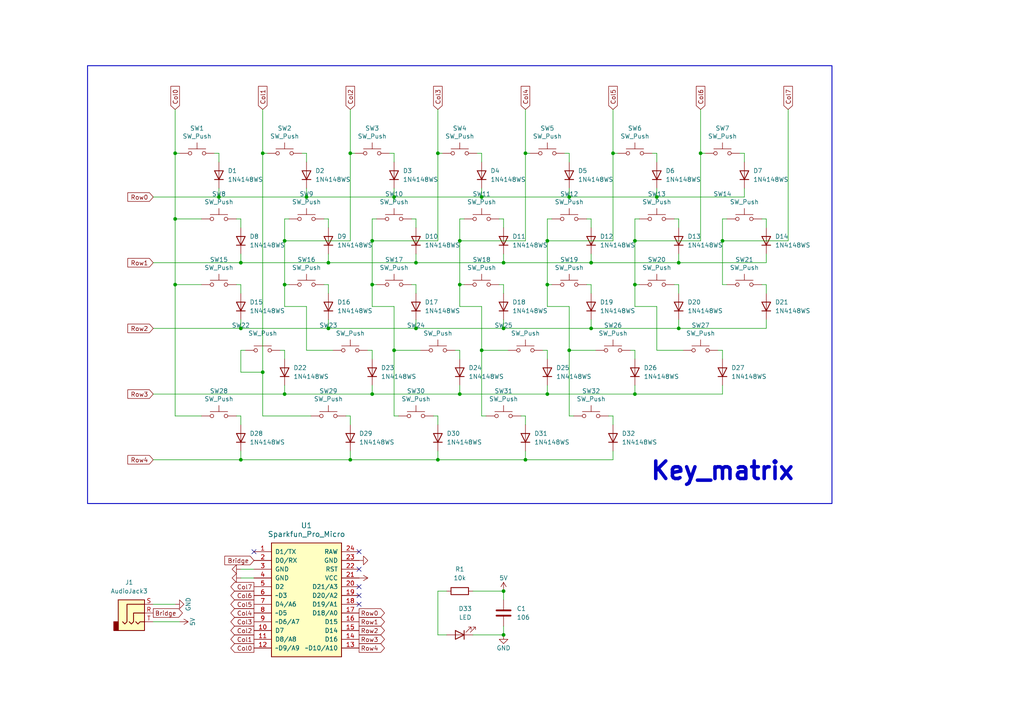
<source format=kicad_sch>
(kicad_sch (version 20250114) (generator "eeschema") (generator_version "9.0")
  (paper "A4")
  (title_block (title "Papi72_Left") (date "2025-11-07") (rev "v0.1.0") (company "1x telescope"))
  (lib_symbols
    (symbol "Arduino:Sparkfun_Pro_Micro" (pin_names (offset 1.016))
      (property "Reference" "U" (at -8.89 21.59 0))
      (property "Value" "Sparkfun_Pro_Micro" (at 0 19.05 0))
      (symbol "Sparkfun_Pro_Micro_0_1"
        (rectangle (start -10.16 17.78) (end 10.16 -15.24) (stroke (width 0.254)) (fill (type background)))
      )
      (symbol "Sparkfun_Pro_Micro_1_1"
        (pin bidirectional line (at -15.24 15.24 0) (length 5.08) (name "D1/TX") (number "1"))
        (pin bidirectional line (at -15.24 12.7 0) (length 5.08) (name "D0/RX") (number "2"))
        (pin power_in line (at -15.24 10.16 0) (length 5.08) (name "GND") (number "3"))
        (pin power_in line (at -15.24 7.62 0) (length 5.08) (name "GND") (number "4"))
        (pin bidirectional line (at -15.24 5.08 0) (length 5.08) (name "D2") (number "5"))
        (pin bidirectional line (at -15.24 2.54 0) (length 5.08) (name "~D3") (number "6"))
        (pin bidirectional line (at -15.24 0 0) (length 5.08) (name "D4/A6") (number "7"))
        (pin bidirectional line (at -15.24 -2.54 0) (length 5.08) (name "~D5") (number "8"))
        (pin bidirectional line (at -15.24 -5.08 0) (length 5.08) (name "~D6/A7") (number "9"))
        (pin bidirectional line (at -15.24 -7.62 0) (length 5.08) (name "D7") (number "10"))
        (pin bidirectional line (at -15.24 -10.16 0) (length 5.08) (name "D8/A8") (number "11"))
        (pin bidirectional line (at -15.24 -12.7 0) (length 5.08) (name "~D9/A9") (number "12"))
        (pin power_in line (at 15.24 15.24 180) (length 5.08) (name "RAW") (number "24"))
        (pin power_in line (at 15.24 12.7 180) (length 5.08) (name "GND") (number "23"))
        (pin input line (at 15.24 10.16 180) (length 5.08) (name "RST") (number "22"))
        (pin power_in line (at 15.24 7.62 180) (length 5.08) (name "VCC") (number "21"))
        (pin bidirectional line (at 15.24 5.08 180) (length 5.08) (name "D21/A3") (number "20"))
        (pin bidirectional line (at 15.24 2.54 180) (length 5.08) (name "D20/A2") (number "19"))
        (pin bidirectional line (at 15.24 0 180) (length 5.08) (name "D19/A1") (number "18"))
        (pin bidirectional line (at 15.24 -2.54 180) (length 5.08) (name "D18/A0") (number "17"))
        (pin bidirectional line (at 15.24 -5.08 180) (length 5.08) (name "D15") (number "16"))
        (pin bidirectional line (at 15.24 -7.62 180) (length 5.08) (name "D14") (number "15"))
        (pin bidirectional line (at 15.24 -10.16 180) (length 5.08) (name "D16") (number "14"))
        (pin bidirectional line (at 15.24 -12.7 180) (length 5.08) (name "~D10/A10") (number "13"))
      )
    )
    (symbol "Connector_Audio:AudioJack3"
      (property "Reference" "J" (at 0 8.89 0))
      (property "Value" "AudioJack3" (at 0 6.35 0))
      (symbol "AudioJack3_0_1"
        (rectangle (start -5.08 -5.08) (end -6.35 -2.54) (stroke (width 0.254)) (fill (type outline)))
        (polyline (pts (xy -1.905 -2.54) (xy -1.27 -3.175) (xy -0.635 -2.54) (xy -0.635 0) (xy 2.54 0)) (stroke (width 0.254)))
        (polyline (pts (xy 0 -2.54) (xy 0.635 -3.175) (xy 1.27 -2.54) (xy 2.54 -2.54)) (stroke (width 0.254)))
        (rectangle (start 2.54 3.81) (end -5.08 -5.08) (stroke (width 0.254)) (fill (type background)))
        (polyline (pts (xy 2.54 2.54) (xy -2.54 2.54) (xy -2.54 -2.54) (xy -3.175 -3.175) (xy -3.81 -2.54)) (stroke (width 0.254)))
      )
      (symbol "AudioJack3_1_1"
        (pin passive line (at 5.08 2.54 180) (length 2.54) (name "~") (number "S"))
        (pin passive line (at 5.08 0 180) (length 2.54) (name "~") (number "R"))
        (pin passive line (at 5.08 -2.54 180) (length 2.54) (name "~") (number "T"))
      )
    )
    (symbol "Device:C" (pin_numbers (hide yes)) (pin_names (offset 0.254))
      (property "Reference" "C" (at 0.635 2.54 0))
      (property "Value" "C" (at 0.635 -2.54 0))
      (symbol "C_0_1"
        (polyline (pts (xy -2.032 0.762) (xy 2.032 0.762)) (stroke (width 0.508)))
        (polyline (pts (xy -2.032 -0.762) (xy 2.032 -0.762)) (stroke (width 0.508)))
      )
      (symbol "C_1_1"
        (pin passive line (at 0 3.81 270) (length 2.794) (name "~") (number "1"))
        (pin passive line (at 0 -3.81 90) (length 2.794) (name "~") (number "2"))
      )
    )
    (symbol "Device:LED" (pin_numbers (hide yes)) (pin_names (offset 1.016) (hide yes))
      (property "Reference" "D" (at 0 2.54 0))
      (property "Value" "LED" (at 0 -2.54 0))
      (symbol "LED_0_1"
        (polyline (pts (xy -3.048 -0.762) (xy -4.572 -2.286) (xy -3.81 -2.286) (xy -4.572 -2.286) (xy -4.572 -1.524)))
        (polyline (pts (xy -1.778 -0.762) (xy -3.302 -2.286) (xy -2.54 -2.286) (xy -3.302 -2.286) (xy -3.302 -1.524)))
        (polyline (pts (xy -1.27 0) (xy 1.27 0)))
        (polyline (pts (xy -1.27 -1.27) (xy -1.27 1.27)) (stroke (width 0.254)))
        (polyline (pts (xy 1.27 -1.27) (xy 1.27 1.27) (xy -1.27 0) (xy 1.27 -1.27)) (stroke (width 0.254)))
      )
      (symbol "LED_1_1"
        (pin passive line (at -3.81 0 0) (length 2.54) (name "K") (number "1"))
        (pin passive line (at 3.81 0 180) (length 2.54) (name "A") (number "2"))
      )
    )
    (symbol "Device:R" (pin_numbers (hide yes)) (pin_names (offset 0))
      (property "Reference" "R" (at 2.032 0 90))
      (property "Value" "R" (at 0 0 90))
      (symbol "R_0_1"
        (rectangle (start -1.016 -2.54) (end 1.016 2.54) (stroke (width 0.254)))
      )
      (symbol "R_1_1"
        (pin passive line (at 0 3.81 270) (length 1.27) (name "~") (number "1"))
        (pin passive line (at 0 -3.81 90) (length 1.27) (name "~") (number "2"))
      )
    )
    (symbol "Diode:1N4148WS" (pin_numbers (hide yes)) (pin_names (hide yes))
      (property "Reference" "D" (at 0 2.54 0))
      (property "Value" "1N4148WS" (at 0 -2.54 0))
      (symbol "1N4148WS_0_1"
        (polyline (pts (xy -1.27 1.27) (xy -1.27 -1.27)) (stroke (width 0.254)))
        (polyline (pts (xy 1.27 1.27) (xy 1.27 -1.27) (xy -1.27 0) (xy 1.27 1.27)) (stroke (width 0.254)))
        (polyline (pts (xy 1.27 0) (xy -1.27 0)))
      )
      (symbol "1N4148WS_1_1"
        (pin passive line (at -3.81 0 0) (length 2.54) (name "K") (number "1"))
        (pin passive line (at 3.81 0 180) (length 2.54) (name "A") (number "2"))
      )
    )
    (symbol "PCM_SparkFun-PowerSymbol:5V" (power) (pin_names (offset 0))
      (property "Value" "5V" (at 0 3.81 0))
      (symbol "5V_0_1"
        (polyline (pts (xy -0.762 1.27) (xy 0 2.54)))
        (polyline (pts (xy 0 2.54) (xy 0.762 1.27)))
        (polyline (pts (xy 0 0) (xy 0 2.54)))
      )
      (symbol "5V_1_1"
        (pin power_in line (at 0 0 90) (length 0) (hide yes) (name "5V") (number "1"))
      )
    )
    (symbol "PCM_SparkFun-PowerSymbol:GND" (power) (pin_names (offset 0))
      (property "Value" "GND" (at 0 -3.81 0))
      (symbol "GND_0_1"
        (polyline (pts (xy 0 0) (xy 0 -1.27) (xy 1.27 -1.27) (xy 0 -2.54) (xy -1.27 -1.27) (xy 0 -1.27)))
      )
      (symbol "GND_1_1"
        (pin power_in line (at 0 0 270) (length 0) (hide yes) (name "GND") (number "1"))
      )
    )
    (symbol "Switch:SW_Push" (pin_numbers (hide yes)) (pin_names (offset 1.016) (hide yes))
      (property "Reference" "SW" (at 1.27 2.54 0))
      (property "Value" "SW_Push" (at 0 -1.524 0))
      (symbol "SW_Push_0_1"
        (circle (center -2.032 0) (radius 0.508))
        (polyline (pts (xy 0 1.27) (xy 0 3.048)))
        (circle (center 2.032 0) (radius 0.508))
        (polyline (pts (xy 2.54 1.27) (xy -2.54 1.27)))
        (pin passive line (at -5.08 0 0) (length 2.54) (name "1") (number "1"))
        (pin passive line (at 5.08 0 180) (length 2.54) (name "2") (number "2"))
      )
    )
  )
  (rectangle (start 25.4 19.05) (end 241.3 146.05) (stroke (width 0.254)))
  (text "Key_matrix" (at 209.55 139.7 0) (effects (font (size 5.08 5.08) (thickness 1.016) (bold yes)) (justify bottom)))
  (junction (at 158.75 82.55))
  (junction (at 184.15 69.85))
  (junction (at 101.6 133.35))
  (junction (at 165.1 57.15))
  (junction (at 82.55 69.85))
  (junction (at 196.85 95.25))
  (junction (at 146.05 95.25))
  (junction (at 114.3 57.15))
  (junction (at 50.8 82.55))
  (junction (at 139.7 101.6))
  (junction (at 165.1 101.6))
  (junction (at 190.5 57.15))
  (junction (at 88.9 57.15))
  (junction (at 152.4 44.45))
  (junction (at 158.75 114.3))
  (junction (at 76.2 44.45))
  (junction (at 146.05 76.2))
  (junction (at 107.95 114.3))
  (junction (at 196.85 76.2))
  (junction (at 76.2 107.95))
  (junction (at 95.25 76.2))
  (junction (at 184.15 114.3))
  (junction (at 107.95 69.85))
  (junction (at 133.35 82.55))
  (junction (at 152.4 133.35))
  (junction (at 50.8 44.45))
  (junction (at 120.65 76.2))
  (junction (at 177.8 44.45))
  (junction (at 69.85 95.25))
  (junction (at 63.5 57.15))
  (junction (at 146.05 171.45))
  (junction (at 69.85 133.35))
  (junction (at 139.7 57.15))
  (junction (at 133.35 114.3))
  (junction (at 82.55 82.55))
  (junction (at 171.45 76.2))
  (junction (at 209.55 69.85))
  (junction (at 127 133.35))
  (junction (at 158.75 69.85))
  (junction (at 133.35 69.85))
  (junction (at 127 44.45))
  (junction (at 114.3 101.6))
  (junction (at 146.05 184.15))
  (junction (at 203.2 44.45))
  (junction (at 95.25 95.25))
  (junction (at 184.15 82.55))
  (junction (at 120.65 95.25))
  (junction (at 107.95 82.55))
  (junction (at 50.8 63.5))
  (junction (at 82.55 114.3))
  (junction (at 101.6 44.45))
  (junction (at 69.85 76.2))
  (junction (at 171.45 95.25))
  (no_connect (at 104.14 165.1))
  (no_connect (at 104.14 175.26))
  (no_connect (at 104.14 160.02))
  (no_connect (at 104.14 172.72))
  (no_connect (at 104.14 170.18))
  (no_connect (at 73.66 160.02))
  (wire (pts (xy 228.6 31.75) (xy 228.6 69.85)))
  (wire (pts (xy 152.4 69.85) (xy 152.4 44.45)))
  (wire (pts (xy 82.55 69.85) (xy 82.55 63.5)))
  (wire (pts (xy 107.95 88.9) (xy 107.95 82.55)))
  (wire (pts (xy 76.2 120.65) (xy 76.2 107.95)))
  (wire (pts (xy 50.8 63.5) (xy 50.8 44.45)))
  (wire (pts (xy 69.85 133.35) (xy 101.6 133.35)))
  (wire (pts (xy 171.45 82.55) (xy 171.45 85.09)))
  (wire (pts (xy 101.6 31.75) (xy 101.6 44.45)))
  (wire (pts (xy 165.1 44.45) (xy 165.1 46.99)))
  (wire (pts (xy 69.85 95.25) (xy 95.25 95.25)))
  (wire (pts (xy 190.5 88.9) (xy 184.15 88.9)))
  (wire (pts (xy 101.6 133.35) (xy 127 133.35)))
  (wire (pts (xy 196.85 63.5) (xy 196.85 66.04)))
  (wire (pts (xy 107.95 114.3) (xy 133.35 114.3)))
  (wire (pts (xy 171.45 63.5) (xy 171.45 66.04)))
  (wire (pts (xy 190.5 57.15) (xy 215.9 57.15)))
  (wire (pts (xy 82.55 114.3) (xy 107.95 114.3)))
  (wire (pts (xy 58.42 82.55) (xy 50.8 82.55)))
  (wire (pts (xy 127 44.45) (xy 127 69.85)))
  (wire (pts (xy 195.58 63.5) (xy 196.85 63.5)))
  (wire (pts (xy 81.28 101.6) (xy 82.55 101.6)))
  (wire (pts (xy 69.85 130.81) (xy 69.85 133.35)))
  (wire (pts (xy 88.9 88.9) (xy 82.55 88.9)))
  (wire (pts (xy 107.95 101.6) (xy 107.95 104.14)))
  (wire (pts (xy 107.95 82.55) (xy 107.95 69.85)))
  (wire (pts (xy 137.16 171.45) (xy 146.05 171.45)))
  (wire (pts (xy 177.8 120.65) (xy 177.8 123.19)))
  (wire (pts (xy 152.4 120.65) (xy 152.4 123.19)))
  (wire (pts (xy 109.22 82.55) (xy 107.95 82.55)))
  (wire (pts (xy 100.33 120.65) (xy 101.6 120.65)))
  (wire (pts (xy 119.38 82.55) (xy 120.65 82.55)))
  (wire (pts (xy 177.8 130.81) (xy 177.8 133.35)))
  (wire (pts (xy 220.98 82.55) (xy 222.25 82.55)))
  (wire (pts (xy 44.45 133.35) (xy 69.85 133.35)))
  (wire (pts (xy 147.32 101.6) (xy 139.7 101.6)))
  (wire (pts (xy 139.7 88.9) (xy 133.35 88.9)))
  (wire (pts (xy 52.07 180.34) (xy 44.45 180.34)))
  (wire (pts (xy 137.16 184.15) (xy 146.05 184.15)))
  (wire (pts (xy 146.05 171.45) (xy 146.05 173.99)))
  (wire (pts (xy 127 184.15) (xy 129.54 184.15)))
  (wire (pts (xy 120.65 73.66) (xy 120.65 76.2)))
  (wire (pts (xy 210.82 63.5) (xy 209.55 63.5)))
  (wire (pts (xy 93.98 82.55) (xy 95.25 82.55)))
  (wire (pts (xy 158.75 63.5) (xy 158.75 69.85)))
  (wire (pts (xy 184.15 101.6) (xy 184.15 104.14)))
  (wire (pts (xy 44.45 76.2) (xy 69.85 76.2)))
  (wire (pts (xy 177.8 69.85) (xy 177.8 44.45)))
  (wire (pts (xy 82.55 63.5) (xy 83.82 63.5)))
  (wire (pts (xy 69.85 120.65) (xy 69.85 123.19)))
  (wire (pts (xy 107.95 69.85) (xy 127 69.85)))
  (wire (pts (xy 113.03 44.45) (xy 114.3 44.45)))
  (wire (pts (xy 101.6 44.45) (xy 102.87 44.45)))
  (wire (pts (xy 160.02 82.55) (xy 158.75 82.55)))
  (wire (pts (xy 63.5 54.61) (xy 63.5 57.15)))
  (wire (pts (xy 133.35 101.6) (xy 133.35 104.14)))
  (wire (pts (xy 140.97 120.65) (xy 139.7 120.65)))
  (wire (pts (xy 95.25 76.2) (xy 120.65 76.2)))
  (wire (pts (xy 68.58 63.5) (xy 69.85 63.5)))
  (wire (pts (xy 166.37 120.65) (xy 165.1 120.65)))
  (wire (pts (xy 184.15 82.55) (xy 184.15 88.9)))
  (wire (pts (xy 88.9 54.61) (xy 88.9 57.15)))
  (wire (pts (xy 120.65 82.55) (xy 120.65 85.09)))
  (wire (pts (xy 139.7 44.45) (xy 139.7 46.99)))
  (wire (pts (xy 106.68 101.6) (xy 107.95 101.6)))
  (wire (pts (xy 127 130.81) (xy 127 133.35)))
  (wire (pts (xy 114.3 88.9) (xy 107.95 88.9)))
  (wire (pts (xy 69.85 167.64) (xy 73.66 167.64)))
  (wire (pts (xy 68.58 120.65) (xy 69.85 120.65)))
  (wire (pts (xy 87.63 44.45) (xy 88.9 44.45)))
  (wire (pts (xy 171.45 95.25) (xy 196.85 95.25)))
  (wire (pts (xy 101.6 130.81) (xy 101.6 133.35)))
  (wire (pts (xy 125.73 120.65) (xy 127 120.65)))
  (wire (pts (xy 82.55 111.76) (xy 82.55 114.3)))
  (wire (pts (xy 196.85 92.71) (xy 196.85 95.25)))
  (wire (pts (xy 163.83 44.45) (xy 165.1 44.45)))
  (wire (pts (xy 139.7 57.15) (xy 165.1 57.15)))
  (wire (pts (xy 222.25 92.71) (xy 222.25 95.25)))
  (wire (pts (xy 127 120.65) (xy 127 123.19)))
  (wire (pts (xy 95.25 95.25) (xy 120.65 95.25)))
  (wire (pts (xy 158.75 69.85) (xy 177.8 69.85)))
  (wire (pts (xy 203.2 69.85) (xy 203.2 44.45)))
  (wire (pts (xy 204.47 44.45) (xy 203.2 44.45)))
  (wire (pts (xy 209.55 63.5) (xy 209.55 69.85)))
  (wire (pts (xy 134.62 63.5) (xy 133.35 63.5)))
  (wire (pts (xy 184.15 69.85) (xy 203.2 69.85)))
  (wire (pts (xy 44.45 57.15) (xy 63.5 57.15)))
  (wire (pts (xy 189.23 44.45) (xy 190.5 44.45)))
  (wire (pts (xy 138.43 44.45) (xy 139.7 44.45)))
  (wire (pts (xy 151.13 120.65) (xy 152.4 120.65)))
  (wire (pts (xy 101.6 69.85) (xy 82.55 69.85)))
  (wire (pts (xy 184.15 63.5) (xy 184.15 69.85)))
  (wire (pts (xy 209.55 82.55) (xy 210.82 82.55)))
  (wire (pts (xy 69.85 63.5) (xy 69.85 66.04)))
  (wire (pts (xy 158.75 88.9) (xy 158.75 82.55)))
  (wire (pts (xy 139.7 101.6) (xy 139.7 88.9)))
  (wire (pts (xy 44.45 114.3) (xy 82.55 114.3)))
  (wire (pts (xy 146.05 95.25) (xy 171.45 95.25)))
  (wire (pts (xy 107.95 63.5) (xy 107.95 69.85)))
  (wire (pts (xy 139.7 54.61) (xy 139.7 57.15)))
  (wire (pts (xy 50.8 82.55) (xy 50.8 63.5)))
  (wire (pts (xy 95.25 82.55) (xy 95.25 85.09)))
  (wire (pts (xy 114.3 101.6) (xy 114.3 88.9)))
  (wire (pts (xy 93.98 63.5) (xy 95.25 63.5)))
  (wire (pts (xy 44.45 95.25) (xy 69.85 95.25)))
  (wire (pts (xy 119.38 63.5) (xy 120.65 63.5)))
  (wire (pts (xy 50.8 82.55) (xy 50.8 120.65)))
  (wire (pts (xy 146.05 73.66) (xy 146.05 76.2)))
  (wire (pts (xy 209.55 101.6) (xy 209.55 104.14)))
  (wire (pts (xy 58.42 120.65) (xy 50.8 120.65)))
  (wire (pts (xy 158.75 114.3) (xy 184.15 114.3)))
  (wire (pts (xy 50.8 44.45) (xy 52.07 44.45)))
  (wire (pts (xy 222.25 82.55) (xy 222.25 85.09)))
  (wire (pts (xy 95.25 92.71) (xy 95.25 95.25)))
  (wire (pts (xy 157.48 101.6) (xy 158.75 101.6)))
  (wire (pts (xy 76.2 31.75) (xy 76.2 44.45)))
  (wire (pts (xy 171.45 76.2) (xy 196.85 76.2)))
  (wire (pts (xy 196.85 82.55) (xy 196.85 85.09)))
  (wire (pts (xy 146.05 82.55) (xy 146.05 85.09)))
  (wire (pts (xy 62.23 44.45) (xy 63.5 44.45)))
  (wire (pts (xy 88.9 44.45) (xy 88.9 46.99)))
  (wire (pts (xy 176.53 120.65) (xy 177.8 120.65)))
  (wire (pts (xy 76.2 107.95) (xy 69.85 107.95)))
  (wire (pts (xy 69.85 107.95) (xy 69.85 101.6)))
  (wire (pts (xy 152.4 130.81) (xy 152.4 133.35)))
  (wire (pts (xy 158.75 69.85) (xy 158.75 82.55)))
  (wire (pts (xy 101.6 44.45) (xy 101.6 69.85)))
  (wire (pts (xy 107.95 111.76) (xy 107.95 114.3)))
  (wire (pts (xy 134.62 82.55) (xy 133.35 82.55)))
  (wire (pts (xy 69.85 76.2) (xy 95.25 76.2)))
  (wire (pts (xy 146.05 92.71) (xy 146.05 95.25)))
  (wire (pts (xy 50.8 175.26) (xy 44.45 175.26)))
  (wire (pts (xy 215.9 44.45) (xy 215.9 46.99)))
  (wire (pts (xy 165.1 54.61) (xy 165.1 57.15)))
  (wire (pts (xy 69.85 73.66) (xy 69.85 76.2)))
  (wire (pts (xy 76.2 44.45) (xy 76.2 107.95)))
  (wire (pts (xy 95.25 73.66) (xy 95.25 76.2)))
  (wire (pts (xy 109.22 63.5) (xy 107.95 63.5)))
  (wire (pts (xy 88.9 101.6) (xy 96.52 101.6)))
  (wire (pts (xy 133.35 114.3) (xy 158.75 114.3)))
  (wire (pts (xy 114.3 54.61) (xy 114.3 57.15)))
  (wire (pts (xy 185.42 63.5) (xy 184.15 63.5)))
  (wire (pts (xy 69.85 101.6) (xy 71.12 101.6)))
  (wire (pts (xy 222.25 63.5) (xy 222.25 66.04)))
  (wire (pts (xy 121.92 101.6) (xy 114.3 101.6)))
  (wire (pts (xy 172.72 101.6) (xy 165.1 101.6)))
  (wire (pts (xy 144.78 63.5) (xy 146.05 63.5)))
  (wire (pts (xy 133.35 69.85) (xy 133.35 82.55)))
  (wire (pts (xy 190.5 101.6) (xy 190.5 88.9)))
  (wire (pts (xy 170.18 82.55) (xy 171.45 82.55)))
  (wire (pts (xy 152.4 44.45) (xy 153.67 44.45)))
  (wire (pts (xy 171.45 92.71) (xy 171.45 95.25)))
  (wire (pts (xy 158.75 111.76) (xy 158.75 114.3)))
  (wire (pts (xy 127 171.45) (xy 129.54 171.45)))
  (wire (pts (xy 133.35 69.85) (xy 152.4 69.85)))
  (wire (pts (xy 63.5 57.15) (xy 88.9 57.15)))
  (wire (pts (xy 152.4 133.35) (xy 177.8 133.35)))
  (wire (pts (xy 182.88 101.6) (xy 184.15 101.6)))
  (wire (pts (xy 101.6 120.65) (xy 101.6 123.19)))
  (wire (pts (xy 69.85 92.71) (xy 69.85 95.25)))
  (wire (pts (xy 114.3 101.6) (xy 114.3 120.65)))
  (wire (pts (xy 76.2 44.45) (xy 77.47 44.45)))
  (wire (pts (xy 165.1 88.9) (xy 158.75 88.9)))
  (wire (pts (xy 114.3 57.15) (xy 114.3 58.42)))
  (wire (pts (xy 88.9 57.15) (xy 114.3 57.15)))
  (wire (pts (xy 115.57 120.65) (xy 114.3 120.65)))
  (wire (pts (xy 127 133.35) (xy 152.4 133.35)))
  (wire (pts (xy 177.8 44.45) (xy 179.07 44.45)))
  (wire (pts (xy 82.55 69.85) (xy 82.55 82.55)))
  (wire (pts (xy 144.78 82.55) (xy 146.05 82.55)))
  (wire (pts (xy 63.5 44.45) (xy 63.5 46.99)))
  (wire (pts (xy 158.75 101.6) (xy 158.75 104.14)))
  (wire (pts (xy 214.63 44.45) (xy 215.9 44.45)))
  (wire (pts (xy 165.1 101.6) (xy 165.1 120.65)))
  (wire (pts (xy 170.18 63.5) (xy 171.45 63.5)))
  (wire (pts (xy 209.55 111.76) (xy 209.55 114.3)))
  (wire (pts (xy 184.15 114.3) (xy 209.55 114.3)))
  (wire (pts (xy 203.2 44.45) (xy 203.2 31.75)))
  (wire (pts (xy 160.02 63.5) (xy 158.75 63.5)))
  (wire (pts (xy 222.25 73.66) (xy 222.25 76.2)))
  (wire (pts (xy 114.3 44.45) (xy 114.3 46.99)))
  (wire (pts (xy 83.82 82.55) (xy 82.55 82.55)))
  (wire (pts (xy 196.85 76.2) (xy 222.25 76.2)))
  (wire (pts (xy 152.4 31.75) (xy 152.4 44.45)))
  (wire (pts (xy 132.08 101.6) (xy 133.35 101.6)))
  (wire (pts (xy 195.58 82.55) (xy 196.85 82.55)))
  (wire (pts (xy 58.42 63.5) (xy 50.8 63.5)))
  (wire (pts (xy 88.9 101.6) (xy 88.9 88.9)))
  (wire (pts (xy 69.85 165.1) (xy 73.66 165.1)))
  (wire (pts (xy 146.05 181.61) (xy 146.05 184.15)))
  (wire (pts (xy 184.15 111.76) (xy 184.15 114.3)))
  (wire (pts (xy 120.65 63.5) (xy 120.65 66.04)))
  (wire (pts (xy 127 44.45) (xy 128.27 44.45)))
  (wire (pts (xy 190.5 54.61) (xy 190.5 57.15)))
  (wire (pts (xy 177.8 31.75) (xy 177.8 44.45)))
  (wire (pts (xy 228.6 69.85) (xy 209.55 69.85)))
  (wire (pts (xy 220.98 63.5) (xy 222.25 63.5)))
  (wire (pts (xy 198.12 101.6) (xy 190.5 101.6)))
  (wire (pts (xy 82.55 101.6) (xy 82.55 104.14)))
  (wire (pts (xy 215.9 54.61) (xy 215.9 57.15)))
  (wire (pts (xy 120.65 76.2) (xy 146.05 76.2)))
  (wire (pts (xy 127 171.45) (xy 127 184.15)))
  (wire (pts (xy 133.35 88.9) (xy 133.35 82.55)))
  (wire (pts (xy 69.85 82.55) (xy 69.85 85.09)))
  (wire (pts (xy 196.85 95.25) (xy 222.25 95.25)))
  (wire (pts (xy 133.35 111.76) (xy 133.35 114.3)))
  (wire (pts (xy 114.3 57.15) (xy 139.7 57.15)))
  (wire (pts (xy 146.05 76.2) (xy 171.45 76.2)))
  (wire (pts (xy 190.5 44.45) (xy 190.5 46.99)))
  (wire (pts (xy 95.25 63.5) (xy 95.25 66.04)))
  (wire (pts (xy 171.45 73.66) (xy 171.45 76.2)))
  (wire (pts (xy 68.58 82.55) (xy 69.85 82.55)))
  (wire (pts (xy 165.1 101.6) (xy 165.1 88.9)))
  (wire (pts (xy 120.65 92.71) (xy 120.65 95.25)))
  (wire (pts (xy 133.35 63.5) (xy 133.35 69.85)))
  (wire (pts (xy 208.28 101.6) (xy 209.55 101.6)))
  (wire (pts (xy 139.7 101.6) (xy 139.7 120.65)))
  (wire (pts (xy 165.1 57.15) (xy 190.5 57.15)))
  (wire (pts (xy 120.65 95.25) (xy 146.05 95.25)))
  (wire (pts (xy 196.85 73.66) (xy 196.85 76.2)))
  (wire (pts (xy 90.17 120.65) (xy 76.2 120.65)))
  (wire (pts (xy 50.8 31.75) (xy 50.8 44.45)))
  (wire (pts (xy 185.42 82.55) (xy 184.15 82.55)))
  (wire (pts (xy 146.05 63.5) (xy 146.05 66.04)))
  (wire (pts (xy 127 31.75) (xy 127 44.45)))
  (wire (pts (xy 82.55 82.55) (xy 82.55 88.9)))
  (wire (pts (xy 184.15 69.85) (xy 184.15 82.55)))
  (wire (pts (xy 209.55 69.85) (xy 209.55 82.55)))
  (global_label "Bridge" (shape input) (at 73.66 162.56 180) (property "Intersheetrefs" "${INTERSHEET_REFS}" (effects (hide yes))))
  (global_label "Col6" (shape input) (at 203.2 31.75 90) (property "Intersheetrefs" "${INTERSHEET_REFS}" (effects (hide yes))))
  (global_label "Col7" (shape input) (at 228.6 31.75 90) (property "Intersheetrefs" "${INTERSHEET_REFS}" (effects (hide yes))))
  (global_label "Row1" (shape output) (at 104.14 180.34 0) (property "Intersheetrefs" "${INTERSHEET_REFS}" (effects (hide yes))))
  (global_label "Col5" (shape input) (at 177.8 31.75 90) (property "Intersheetrefs" "${INTERSHEET_REFS}" (effects (hide yes))))
  (global_label "Col2" (shape output) (at 73.66 182.88 180) (property "Intersheetrefs" "${INTERSHEET_REFS}" (effects (hide yes))))
  (global_label "Row4" (shape input) (at 44.45 133.35 180) (property "Intersheetrefs" "${INTERSHEET_REFS}" (effects (hide yes))))
  (global_label "Row2" (shape input) (at 44.45 95.25 180) (property "Intersheetrefs" "${INTERSHEET_REFS}" (effects (hide yes))))
  (global_label "Row0" (shape output) (at 104.14 177.8 0) (property "Intersheetrefs" "${INTERSHEET_REFS}" (effects (hide yes))))
  (global_label "Col0" (shape input) (at 50.8 31.75 90) (property "Intersheetrefs" "${INTERSHEET_REFS}" (effects (hide yes))))
  (global_label "Col1" (shape output) (at 73.66 185.42 180) (property "Intersheetrefs" "${INTERSHEET_REFS}" (effects (hide yes))))
  (global_label "Col5" (shape output) (at 73.66 175.26 180) (property "Intersheetrefs" "${INTERSHEET_REFS}" (effects (hide yes))))
  (global_label "Col2" (shape input) (at 101.6 31.75 90) (property "Intersheetrefs" "${INTERSHEET_REFS}" (effects (hide yes))))
  (global_label "Col3" (shape output) (at 73.66 180.34 180) (property "Intersheetrefs" "${INTERSHEET_REFS}" (effects (hide yes))))
  (global_label "Col6" (shape output) (at 73.66 172.72 180) (property "Intersheetrefs" "${INTERSHEET_REFS}" (effects (hide yes))))
  (global_label "Row4" (shape output) (at 104.14 187.96 0) (property "Intersheetrefs" "${INTERSHEET_REFS}" (effects (hide yes))))
  (global_label "Row3" (shape output) (at 104.14 185.42 0) (property "Intersheetrefs" "${INTERSHEET_REFS}" (effects (hide yes))))
  (global_label "Col0" (shape output) (at 73.66 187.96 180) (property "Intersheetrefs" "${INTERSHEET_REFS}" (effects (hide yes))))
  (global_label "Col3" (shape input) (at 127 31.75 90) (property "Intersheetrefs" "${INTERSHEET_REFS}" (effects (hide yes))))
  (global_label "Col4" (shape input) (at 152.4 31.75 90) (property "Intersheetrefs" "${INTERSHEET_REFS}" (effects (hide yes))))
  (global_label "Row0" (shape input) (at 44.45 57.15 180) (property "Intersheetrefs" "${INTERSHEET_REFS}" (effects (hide yes))))
  (global_label "Row1" (shape input) (at 44.45 76.2 180) (property "Intersheetrefs" "${INTERSHEET_REFS}" (effects (hide yes))))
  (global_label "Bridge" (shape output) (at 44.45 177.8 0) (property "Intersheetrefs" "${INTERSHEET_REFS}" (effects (hide yes))))
  (global_label "Col4" (shape output) (at 73.66 177.8 180) (property "Intersheetrefs" "${INTERSHEET_REFS}" (effects (hide yes))))
  (global_label "Col1" (shape input) (at 76.2 31.75 90) (property "Intersheetrefs" "${INTERSHEET_REFS}" (effects (hide yes))))
  (global_label "Col7" (shape output) (at 73.66 170.18 180) (property "Intersheetrefs" "${INTERSHEET_REFS}" (effects (hide yes))))
  (global_label "Row3" (shape input) (at 44.45 114.3 180) (property "Intersheetrefs" "${INTERSHEET_REFS}" (effects (hide yes))))
  (global_label "Row2" (shape output) (at 104.14 182.88 0) (property "Intersheetrefs" "${INTERSHEET_REFS}" (effects (hide yes))))
  (symbol (lib_id "Switch:SW_Push") (at 57.15 44.45 0) (unit 1)
    (property "Reference" "SW1" (at 57.15 37.211 0))
    (property "Value" "SW_Push" (at 57.15 39.5224 0))
    (property "Footprint" "PCM_Switch_Keyboard_Kailh:SW_Kailh_Choc_V1V2_1.00u" (effects (hide yes)))
  )
  (symbol (lib_id "Switch:SW_Push") (at 82.55 44.45 0) (unit 1)
    (property "Reference" "SW2" (at 82.55 37.211 0))
    (property "Value" "SW_Push" (at 82.55 39.5224 0))
    (property "Footprint" "PCM_Switch_Keyboard_Kailh:SW_Kailh_Choc_V1V2_1.00u" (effects (hide yes)))
  )
  (symbol (lib_id "Switch:SW_Push") (at 107.95 44.45 0) (unit 1)
    (property "Reference" "SW3" (at 107.95 37.211 0))
    (property "Value" "SW_Push" (at 107.95 39.5224 0))
    (property "Footprint" "PCM_Switch_Keyboard_Kailh:SW_Kailh_Choc_V1V2_1.00u" (effects (hide yes)))
  )
  (symbol (lib_id "Switch:SW_Push") (at 133.35 44.45 0) (unit 1)
    (property "Reference" "SW4" (at 133.35 37.211 0))
    (property "Value" "SW_Push" (at 133.35 39.5224 0))
    (property "Footprint" "PCM_Switch_Keyboard_Kailh:SW_Kailh_Choc_V1V2_1.00u" (effects (hide yes)))
  )
  (symbol (lib_id "Switch:SW_Push") (at 158.75 44.45 0) (unit 1)
    (property "Reference" "SW5" (at 158.75 37.211 0))
    (property "Value" "SW_Push" (at 158.75 39.5224 0))
    (property "Footprint" "PCM_Switch_Keyboard_Kailh:SW_Kailh_Choc_V1V2_1.00u" (effects (hide yes)))
  )
  (symbol (lib_id "Switch:SW_Push") (at 184.15 44.45 0) (unit 1)
    (property "Reference" "SW6" (at 184.15 37.211 0))
    (property "Value" "SW_Push" (at 184.15 39.5224 0))
    (property "Footprint" "PCM_Switch_Keyboard_Kailh:SW_Kailh_Choc_V1V2_1.00u" (effects (hide yes)))
  )
  (symbol (lib_id "Switch:SW_Push") (at 63.5 63.5 0) (unit 1)
    (property "Reference" "SW8" (at 63.5 56.261 0))
    (property "Value" "SW_Push" (at 63.5 58.5724 0))
    (property "Footprint" "PCM_Switch_Keyboard_Kailh:SW_Kailh_Choc_V1V2_1.50u" (effects (hide yes)))
  )
  (symbol (lib_id "Switch:SW_Push") (at 88.9 63.5 0) (unit 1)
    (property "Reference" "SW9" (at 88.9 56.261 0))
    (property "Value" "SW_Push" (at 88.9 58.5724 0))
    (property "Footprint" "PCM_Switch_Keyboard_Kailh:SW_Kailh_Choc_V1V2_1.00u" (effects (hide yes)))
  )
  (symbol (lib_id "Switch:SW_Push") (at 114.3 63.5 0) (unit 1)
    (property "Reference" "SW10" (at 114.3 56.261 0))
    (property "Value" "SW_Push" (at 114.3 58.5724 0))
    (property "Footprint" "PCM_Switch_Keyboard_Kailh:SW_Kailh_Choc_V1V2_1.00u" (effects (hide yes)))
  )
  (symbol (lib_id "Switch:SW_Push") (at 139.7 63.5 0) (unit 1)
    (property "Reference" "SW11" (at 139.7 56.261 0))
    (property "Value" "SW_Push" (at 139.7 58.5724 0))
    (property "Footprint" "PCM_Switch_Keyboard_Kailh:SW_Kailh_Choc_V1V2_1.00u" (effects (hide yes)))
  )
  (symbol (lib_id "Switch:SW_Push") (at 76.2 101.6 0) (unit 1)
    (property "Reference" "SW22" (at 69.85 94.361 0))
    (property "Value" "SW_Push" (at 76.2 96.6724 0))
    (property "Footprint" "PCM_Switch_Keyboard_Kailh:SW_Kailh_Choc_V1V2_2.25u" (effects (hide yes)))
  )
  (symbol (lib_id "Switch:SW_Push") (at 101.6 101.6 0) (unit 1)
    (property "Reference" "SW23" (at 95.25 94.361 0))
    (property "Value" "SW_Push" (at 101.6 96.6724 0))
    (property "Footprint" "PCM_Switch_Keyboard_Kailh:SW_Kailh_Choc_V1V2_1.00u" (effects (hide yes)))
  )
  (symbol (lib_id "Switch:SW_Push") (at 127 101.6 0) (unit 1)
    (property "Reference" "SW24" (at 120.65 94.361 0))
    (property "Value" "SW_Push" (at 127 96.6724 0))
    (property "Footprint" "PCM_Switch_Keyboard_Kailh:SW_Kailh_Choc_V1V2_1.00u" (effects (hide yes)))
  )
  (symbol (lib_id "Switch:SW_Push") (at 152.4 101.6 0) (unit 1)
    (property "Reference" "SW25" (at 146.05 94.361 0))
    (property "Value" "SW_Push" (at 152.4 96.6724 0))
    (property "Footprint" "PCM_Switch_Keyboard_Kailh:SW_Kailh_Choc_V1V2_1.00u" (effects (hide yes)))
  )
  (symbol (lib_id "Switch:SW_Push") (at 177.8 101.6 0) (unit 1)
    (property "Reference" "SW26" (at 177.8 94.361 0))
    (property "Value" "SW_Push" (at 177.8 96.6724 0))
    (property "Footprint" "PCM_Switch_Keyboard_Kailh:SW_Kailh_Choc_V1V2_1.00u" (effects (hide yes)))
  )
  (symbol (lib_id "Switch:SW_Push") (at 203.2 101.6 0) (unit 1)
    (property "Reference" "SW27" (at 203.2 94.361 0))
    (property "Value" "SW_Push" (at 203.2 96.6724 0))
    (property "Footprint" "PCM_Switch_Keyboard_Kailh:SW_Kailh_Choc_V1V2_1.00u" (effects (hide yes)))
  )
  (symbol (lib_id "Switch:SW_Push") (at 215.9 82.55 0) (unit 1)
    (property "Reference" "SW21" (at 215.9 75.311 0))
    (property "Value" "SW_Push" (at 215.9 77.6224 0))
    (property "Footprint" "PCM_Switch_Keyboard_Kailh:SW_Kailh_Choc_V1V2_1.00u" (effects (hide yes)))
  )
  (symbol (lib_id "Switch:SW_Push") (at 63.5 120.65 0) (unit 1)
    (property "Reference" "SW28" (at 63.5 113.411 0))
    (property "Value" "SW_Push" (at 63.5 115.7224 0))
    (property "Footprint" "PCM_Switch_Keyboard_Kailh:SW_Kailh_Choc_V1V2_1.25u" (effects (hide yes)))
  )
  (symbol (lib_id "Switch:SW_Push") (at 95.25 120.65 0) (unit 1)
    (property "Reference" "SW29" (at 95.25 113.411 0))
    (property "Value" "SW_Push" (at 95.25 115.7224 0))
    (property "Footprint" "PCM_Switch_Keyboard_Kailh:SW_Kailh_Choc_V1V2_1.25u" (effects (hide yes)))
  )
  (symbol (lib_id "Switch:SW_Push") (at 120.65 120.65 0) (unit 1)
    (property "Reference" "SW30" (at 120.65 113.411 0))
    (property "Value" "SW_Push" (at 120.65 115.7224 0))
    (property "Footprint" "PCM_Switch_Keyboard_Kailh:SW_Kailh_Choc_V1V2_1.25u" (effects (hide yes)))
  )
  (symbol (lib_id "Switch:SW_Push") (at 165.1 63.5 0) (unit 1)
    (property "Reference" "SW12" (at 165.1 56.261 0))
    (property "Value" "SW_Push" (at 165.1 58.5724 0))
    (property "Footprint" "PCM_Switch_Keyboard_Kailh:SW_Kailh_Choc_V1V2_1.00u" (effects (hide yes)))
  )
  (symbol (lib_id "Switch:SW_Push") (at 209.55 44.45 0) (unit 1)
    (property "Reference" "SW7" (at 209.55 37.211 0))
    (property "Value" "SW_Push" (at 209.55 39.5224 0))
    (property "Footprint" "PCM_Switch_Keyboard_Kailh:SW_Kailh_Choc_V1V2_1.00u" (effects (hide yes)))
  )
  (symbol (lib_id "Switch:SW_Push") (at 190.5 63.5 0) (unit 1)
    (property "Reference" "SW13" (at 190.5 56.261 0))
    (property "Value" "SW_Push" (at 190.5 58.5724 0))
    (property "Footprint" "PCM_Switch_Keyboard_Kailh:SW_Kailh_Choc_V1V2_1.00u" (effects (hide yes)))
  )
  (symbol (lib_id "Switch:SW_Push") (at 63.5 82.55 0) (unit 1)
    (property "Reference" "SW15" (at 63.5 75.311 0))
    (property "Value" "SW_Push" (at 63.5 77.6224 0))
    (property "Footprint" "PCM_Switch_Keyboard_Kailh:SW_Kailh_Choc_V1V2_1.75u" (effects (hide yes)))
  )
  (symbol (lib_id "Switch:SW_Push") (at 88.9 82.55 0) (unit 1)
    (property "Reference" "SW16" (at 88.9 75.311 0))
    (property "Value" "SW_Push" (at 88.9 77.6224 0))
    (property "Footprint" "PCM_Switch_Keyboard_Kailh:SW_Kailh_Choc_V1V2_1.00u" (effects (hide yes)))
  )
  (symbol (lib_id "Switch:SW_Push") (at 114.3 82.55 0) (unit 1)
    (property "Reference" "SW17" (at 114.3 75.311 0))
    (property "Value" "SW_Push" (at 114.3 77.6224 0))
    (property "Footprint" "PCM_Switch_Keyboard_Kailh:SW_Kailh_Choc_V1V2_1.00u" (effects (hide yes)))
  )
  (symbol (lib_id "Switch:SW_Push") (at 139.7 82.55 0) (unit 1)
    (property "Reference" "SW18" (at 139.7 75.311 0))
    (property "Value" "SW_Push" (at 139.7 77.6224 0))
    (property "Footprint" "PCM_Switch_Keyboard_Kailh:SW_Kailh_Choc_V1V2_1.00u" (effects (hide yes)))
  )
  (symbol (lib_id "Switch:SW_Push") (at 165.1 82.55 0) (unit 1)
    (property "Reference" "SW19" (at 165.1 75.311 0))
    (property "Value" "SW_Push" (at 165.1 77.6224 0))
    (property "Footprint" "PCM_Switch_Keyboard_Kailh:SW_Kailh_Choc_V1V2_1.00u" (effects (hide yes)))
  )
  (symbol (lib_id "Switch:SW_Push") (at 190.5 82.55 0) (unit 1)
    (property "Reference" "SW20" (at 190.5 75.311 0))
    (property "Value" "SW_Push" (at 190.5 77.6224 0))
    (property "Footprint" "PCM_Switch_Keyboard_Kailh:SW_Kailh_Choc_V1V2_1.00u" (effects (hide yes)))
  )
  (symbol (lib_id "Switch:SW_Push") (at 215.9 63.5 0) (unit 1)
    (property "Reference" "SW14" (at 209.55 56.261 0))
    (property "Value" "SW_Push" (at 215.9 58.5724 0))
    (property "Footprint" "PCM_Switch_Keyboard_Kailh:SW_Kailh_Choc_V1V2_1.00u" (effects (hide yes)))
  )
  (symbol (lib_id "Switch:SW_Push") (at 146.05 120.65 0) (unit 1)
    (property "Reference" "SW31" (at 146.05 113.411 0))
    (property "Value" "SW_Push" (at 146.05 115.7224 0))
    (property "Footprint" "PCM_Switch_Keyboard_Kailh:SW_Kailh_Choc_V1V2_1.25u" (effects (hide yes)))
  )
  (symbol (lib_id "Switch:SW_Push") (at 171.45 120.65 0) (unit 1)
    (property "Reference" "SW32" (at 171.45 113.411 0))
    (property "Value" "SW_Push" (at 171.45 115.7224 0))
    (property "Footprint" "PCM_Switch_Keyboard_Kailh:SW_Kailh_Choc_V1V2_1.75u" (effects (hide yes)))
  )
  (symbol (lib_id "Diode:1N4148WS") (at 165.1 50.8 90) (unit 1)
    (property "Reference" "D5" (at 167.64 49.5299 90) (effects (justify right)))
    (property "Value" "1N4148WS" (at 167.64 52.0699 90) (effects (justify right)))
    (property "Footprint" "Diode_SMD:D_SOD-323" (effects (hide yes)))
    (property "Datasheet" "https://www.vishay.com/docs/85751/1n4148ws.pdf" (effects (hide yes)))
    (property "Description" "75V 0.15A Fast switching Diode, SOD-323" (effects (hide yes)))
    (property "Sim.Device" "D" (effects (hide yes)))
    (property "Sim.Pins" "1=K 2=A" (effects (hide yes)))
  )
  (symbol (lib_id "Diode:1N4148WS") (at 158.75 107.95 90) (unit 1)
    (property "Reference" "D25" (at 161.29 106.6799 90) (effects (justify right)))
    (property "Value" "1N4148WS" (at 161.29 109.2199 90) (effects (justify right)))
    (property "Footprint" "Diode_SMD:D_SOD-323" (effects (hide yes)))
    (property "Datasheet" "https://www.vishay.com/docs/85751/1n4148ws.pdf" (effects (hide yes)))
    (property "Description" "75V 0.15A Fast switching Diode, SOD-323" (effects (hide yes)))
    (property "Sim.Device" "D" (effects (hide yes)))
    (property "Sim.Pins" "1=K 2=A" (effects (hide yes)))
  )
  (symbol (lib_id "Device:C") (at 146.05 177.8 0) (unit 1)
    (property "Reference" "C1" (at 149.86 176.5299 0) (effects (justify left)))
    (property "Value" "106" (at 149.86 179.0699 0) (effects (justify left)))
    (property "Footprint" "Capacitor_SMD:C_1206_3216Metric" (effects (hide yes)))
    (property "Description" "Unpolarized capacitor" (effects (hide yes)))
  )
  (symbol (lib_id "Diode:1N4148WS") (at 196.85 69.85 90) (unit 1)
    (property "Reference" "D13" (at 199.39 68.5799 90) (effects (justify right)))
    (property "Value" "1N4148WS" (at 199.39 71.1199 90) (effects (justify right)))
    (property "Footprint" "Diode_SMD:D_SOD-323" (effects (hide yes)))
    (property "Datasheet" "https://www.vishay.com/docs/85751/1n4148ws.pdf" (effects (hide yes)))
    (property "Description" "75V 0.15A Fast switching Diode, SOD-323" (effects (hide yes)))
    (property "Sim.Device" "D" (effects (hide yes)))
    (property "Sim.Pins" "1=K 2=A" (effects (hide yes)))
  )
  (symbol (lib_id "Connector_Audio:AudioJack3") (at 39.37 177.8 0) (unit 1)
    (property "Reference" "J1" (at 37.465 168.91 0))
    (property "Value" "AudioJack3" (at 37.465 171.45 0))
    (property "Footprint" "Connector_Audio:Jack_3.5mm_CUI_SJ1-3513N_Horizontal" (effects (hide yes)))
    (property "Description" "Audio Jack, 3 Poles (Stereo / TRS)" (effects (hide yes)))
  )
  (symbol (lib_id "Diode:1N4148WS") (at 88.9 50.8 90) (unit 1)
    (property "Reference" "D2" (at 91.44 49.5299 90) (effects (justify right)))
    (property "Value" "1N4148WS" (at 91.44 52.0699 90) (effects (justify right)))
    (property "Footprint" "Diode_SMD:D_SOD-323" (effects (hide yes)))
    (property "Datasheet" "https://www.vishay.com/docs/85751/1n4148ws.pdf" (effects (hide yes)))
    (property "Description" "75V 0.15A Fast switching Diode, SOD-323" (effects (hide yes)))
    (property "Sim.Device" "D" (effects (hide yes)))
    (property "Sim.Pins" "1=K 2=A" (effects (hide yes)))
  )
  (symbol (lib_id "Diode:1N4148WS") (at 222.25 69.85 90) (unit 1)
    (property "Reference" "D14" (at 224.79 68.5799 90) (effects (justify right)))
    (property "Value" "1N4148WS" (at 224.79 71.1199 90) (effects (justify right)))
    (property "Footprint" "Diode_SMD:D_SOD-323" (effects (hide yes)))
    (property "Datasheet" "https://www.vishay.com/docs/85751/1n4148ws.pdf" (effects (hide yes)))
    (property "Description" "75V 0.15A Fast switching Diode, SOD-323" (effects (hide yes)))
    (property "Sim.Device" "D" (effects (hide yes)))
    (property "Sim.Pins" "1=K 2=A" (effects (hide yes)))
  )
  (symbol (lib_id "Arduino:Sparkfun_Pro_Micro") (at 88.9 175.26 0) (unit 1)
    (property "Reference" "U1" (at 88.9 152.4 0) (effects (font (size 1.524 1.524))))
    (property "Value" "Sparkfun_Pro_Micro" (at 88.9 154.94 0) (effects (font (size 1.524 1.524))))
    (property "Footprint" "Arduino:Sparkfun_Pro_Micro" (effects (hide yes)))
    (property "Datasheet" "https://www.sparkfun.com/products/12640" (effects (hide yes)))
    (property "Description" "Sparkfun Pro Micro" (effects (hide yes)))
  )
  (symbol (lib_id "Device:LED") (at 133.35 184.15 180) (unit 1)
    (property "Reference" "D33" (at 134.9375 176.53 0))
    (property "Value" "LED" (at 134.9375 179.07 0))
    (property "Footprint" "LED_THT:LED_D3.0mm_Clear" (effects (hide yes)))
    (property "Description" "Light emitting diode" (effects (hide yes)))
    (property "Sim.Pins" "1=K 2=A" (effects (hide yes)))
  )
  (symbol (lib_id "Diode:1N4148WS") (at 120.65 69.85 90) (unit 1)
    (property "Reference" "D10" (at 123.19 68.5799 90) (effects (justify right)))
    (property "Value" "1N4148WS" (at 123.19 71.1199 90) (effects (justify right)))
    (property "Footprint" "Diode_SMD:D_SOD-323" (effects (hide yes)))
    (property "Datasheet" "https://www.vishay.com/docs/85751/1n4148ws.pdf" (effects (hide yes)))
    (property "Description" "75V 0.15A Fast switching Diode, SOD-323" (effects (hide yes)))
    (property "Sim.Device" "D" (effects (hide yes)))
    (property "Sim.Pins" "1=K 2=A" (effects (hide yes)))
  )
  (symbol (lib_id "Diode:1N4148WS") (at 95.25 88.9 90) (unit 1)
    (property "Reference" "D16" (at 97.79 87.6299 90) (effects (justify right)))
    (property "Value" "1N4148WS" (at 97.79 90.1699 90) (effects (justify right)))
    (property "Footprint" "Diode_SMD:D_SOD-323" (effects (hide yes)))
    (property "Datasheet" "https://www.vishay.com/docs/85751/1n4148ws.pdf" (effects (hide yes)))
    (property "Description" "75V 0.15A Fast switching Diode, SOD-323" (effects (hide yes)))
    (property "Sim.Device" "D" (effects (hide yes)))
    (property "Sim.Pins" "1=K 2=A" (effects (hide yes)))
  )
  (symbol (lib_id "Diode:1N4148WS") (at 209.55 107.95 90) (unit 1)
    (property "Reference" "D27" (at 212.09 106.6799 90) (effects (justify right)))
    (property "Value" "1N4148WS" (at 212.09 109.2199 90) (effects (justify right)))
    (property "Footprint" "Diode_SMD:D_SOD-323" (effects (hide yes)))
    (property "Datasheet" "https://www.vishay.com/docs/85751/1n4148ws.pdf" (effects (hide yes)))
    (property "Description" "75V 0.15A Fast switching Diode, SOD-323" (effects (hide yes)))
    (property "Sim.Device" "D" (effects (hide yes)))
    (property "Sim.Pins" "1=K 2=A" (effects (hide yes)))
  )
  (symbol (lib_id "Diode:1N4148WS") (at 82.55 107.95 90) (unit 1)
    (property "Reference" "D22" (at 85.09 106.6799 90) (effects (justify right)))
    (property "Value" "1N4148WS" (at 85.09 109.2199 90) (effects (justify right)))
    (property "Footprint" "Diode_SMD:D_SOD-323" (effects (hide yes)))
    (property "Datasheet" "https://www.vishay.com/docs/85751/1n4148ws.pdf" (effects (hide yes)))
    (property "Description" "75V 0.15A Fast switching Diode, SOD-323" (effects (hide yes)))
    (property "Sim.Device" "D" (effects (hide yes)))
    (property "Sim.Pins" "1=K 2=A" (effects (hide yes)))
  )
  (symbol (lib_id "Diode:1N4148WS") (at 139.7 50.8 90) (unit 1)
    (property "Reference" "D4" (at 142.24 49.5299 90) (effects (justify right)))
    (property "Value" "1N4148WS" (at 142.24 52.0699 90) (effects (justify right)))
    (property "Footprint" "Diode_SMD:D_SOD-323" (effects (hide yes)))
    (property "Datasheet" "https://www.vishay.com/docs/85751/1n4148ws.pdf" (effects (hide yes)))
    (property "Description" "75V 0.15A Fast switching Diode, SOD-323" (effects (hide yes)))
    (property "Sim.Device" "D" (effects (hide yes)))
    (property "Sim.Pins" "1=K 2=A" (effects (hide yes)))
  )
  (symbol (lib_id "PCM_SparkFun-PowerSymbol:5V") (at 146.05 171.45 0) (unit 1)
    (property "Reference" "#PWR05" (effects (hide yes)))
    (property "Value" "5V" (at 146.05 167.64 0))
    (property "Description" "Power symbol creates a global label with name \"5V\"" (effects (hide yes)))
  )
  (symbol (lib_id "Diode:1N4148WS") (at 69.85 69.85 90) (unit 1)
    (property "Reference" "D8" (at 72.39 68.5799 90) (effects (justify right)))
    (property "Value" "1N4148WS" (at 72.39 71.1199 90) (effects (justify right)))
    (property "Footprint" "Diode_SMD:D_SOD-323" (effects (hide yes)))
    (property "Datasheet" "https://www.vishay.com/docs/85751/1n4148ws.pdf" (effects (hide yes)))
    (property "Description" "75V 0.15A Fast switching Diode, SOD-323" (effects (hide yes)))
    (property "Sim.Device" "D" (effects (hide yes)))
    (property "Sim.Pins" "1=K 2=A" (effects (hide yes)))
  )
  (symbol (lib_id "Diode:1N4148WS") (at 146.05 69.85 90) (unit 1)
    (property "Reference" "D11" (at 148.59 68.5799 90) (effects (justify right)))
    (property "Value" "1N4148WS" (at 148.59 71.1199 90) (effects (justify right)))
    (property "Footprint" "Diode_SMD:D_SOD-323" (effects (hide yes)))
    (property "Datasheet" "https://www.vishay.com/docs/85751/1n4148ws.pdf" (effects (hide yes)))
    (property "Description" "75V 0.15A Fast switching Diode, SOD-323" (effects (hide yes)))
    (property "Sim.Device" "D" (effects (hide yes)))
    (property "Sim.Pins" "1=K 2=A" (effects (hide yes)))
  )
  (symbol (lib_id "Diode:1N4148WS") (at 152.4 127 90) (unit 1)
    (property "Reference" "D31" (at 154.94 125.7299 90) (effects (justify right)))
    (property "Value" "1N4148WS" (at 154.94 128.2699 90) (effects (justify right)))
    (property "Footprint" "Diode_SMD:D_SOD-323" (effects (hide yes)))
    (property "Datasheet" "https://www.vishay.com/docs/85751/1n4148ws.pdf" (effects (hide yes)))
    (property "Description" "75V 0.15A Fast switching Diode, SOD-323" (effects (hide yes)))
    (property "Sim.Device" "D" (effects (hide yes)))
    (property "Sim.Pins" "1=K 2=A" (effects (hide yes)))
  )
  (symbol (lib_id "Diode:1N4148WS") (at 171.45 88.9 90) (unit 1)
    (property "Reference" "D19" (at 173.99 87.6299 90) (effects (justify right)))
    (property "Value" "1N4148WS" (at 173.99 90.1699 90) (effects (justify right)))
    (property "Footprint" "Diode_SMD:D_SOD-323" (effects (hide yes)))
    (property "Datasheet" "https://www.vishay.com/docs/85751/1n4148ws.pdf" (effects (hide yes)))
    (property "Description" "75V 0.15A Fast switching Diode, SOD-323" (effects (hide yes)))
    (property "Sim.Device" "D" (effects (hide yes)))
    (property "Sim.Pins" "1=K 2=A" (effects (hide yes)))
  )
  (symbol (lib_id "Diode:1N4148WS") (at 146.05 88.9 90) (unit 1)
    (property "Reference" "D18" (at 148.59 87.6299 90) (effects (justify right)))
    (property "Value" "1N4148WS" (at 148.59 90.1699 90) (effects (justify right)))
    (property "Footprint" "Diode_SMD:D_SOD-323" (effects (hide yes)))
    (property "Datasheet" "https://www.vishay.com/docs/85751/1n4148ws.pdf" (effects (hide yes)))
    (property "Description" "75V 0.15A Fast switching Diode, SOD-323" (effects (hide yes)))
    (property "Sim.Device" "D" (effects (hide yes)))
    (property "Sim.Pins" "1=K 2=A" (effects (hide yes)))
  )
  (symbol (lib_id "Diode:1N4148WS") (at 196.85 88.9 90) (unit 1)
    (property "Reference" "D20" (at 199.39 87.6299 90) (effects (justify right)))
    (property "Value" "1N4148WS" (at 199.39 90.1699 90) (effects (justify right)))
    (property "Footprint" "Diode_SMD:D_SOD-323" (effects (hide yes)))
    (property "Datasheet" "https://www.vishay.com/docs/85751/1n4148ws.pdf" (effects (hide yes)))
    (property "Description" "75V 0.15A Fast switching Diode, SOD-323" (effects (hide yes)))
    (property "Sim.Device" "D" (effects (hide yes)))
    (property "Sim.Pins" "1=K 2=A" (effects (hide yes)))
  )
  (symbol (lib_id "Device:R") (at 133.35 171.45 90) (mirror x) (unit 1)
    (property "Reference" "R1" (at 133.35 165.1 90))
    (property "Value" "10k" (at 133.35 167.64 90))
    (property "Footprint" "Resistor_SMD:R_0805_2012Metric" (effects (hide yes)))
    (property "Description" "Resistor" (effects (hide yes)))
  )
  (symbol (lib_id "Diode:1N4148WS") (at 190.5 50.8 90) (unit 1)
    (property "Reference" "D6" (at 193.04 49.5299 90) (effects (justify right)))
    (property "Value" "1N4148WS" (at 193.04 52.0699 90) (effects (justify right)))
    (property "Footprint" "Diode_SMD:D_SOD-323" (effects (hide yes)))
    (property "Datasheet" "https://www.vishay.com/docs/85751/1n4148ws.pdf" (effects (hide yes)))
    (property "Description" "75V 0.15A Fast switching Diode, SOD-323" (effects (hide yes)))
    (property "Sim.Device" "D" (effects (hide yes)))
    (property "Sim.Pins" "1=K 2=A" (effects (hide yes)))
  )
  (symbol (lib_id "Diode:1N4148WS") (at 95.25 69.85 90) (unit 1)
    (property "Reference" "D9" (at 97.79 68.5799 90) (effects (justify right)))
    (property "Value" "1N4148WS" (at 97.79 71.1199 90) (effects (justify right)))
    (property "Footprint" "Diode_SMD:D_SOD-323" (effects (hide yes)))
    (property "Datasheet" "https://www.vishay.com/docs/85751/1n4148ws.pdf" (effects (hide yes)))
    (property "Description" "75V 0.15A Fast switching Diode, SOD-323" (effects (hide yes)))
    (property "Sim.Device" "D" (effects (hide yes)))
    (property "Sim.Pins" "1=K 2=A" (effects (hide yes)))
  )
  (symbol (lib_id "Diode:1N4148WS") (at 177.8 127 90) (unit 1)
    (property "Reference" "D32" (at 180.34 125.7299 90) (effects (justify right)))
    (property "Value" "1N4148WS" (at 180.34 128.2699 90) (effects (justify right)))
    (property "Footprint" "Diode_SMD:D_SOD-323" (effects (hide yes)))
    (property "Datasheet" "https://www.vishay.com/docs/85751/1n4148ws.pdf" (effects (hide yes)))
    (property "Description" "75V 0.15A Fast switching Diode, SOD-323" (effects (hide yes)))
    (property "Sim.Device" "D" (effects (hide yes)))
    (property "Sim.Pins" "1=K 2=A" (effects (hide yes)))
  )
  (symbol (lib_id "Diode:1N4148WS") (at 215.9 50.8 90) (unit 1)
    (property "Reference" "D7" (at 218.44 49.5299 90) (effects (justify right)))
    (property "Value" "1N4148WS" (at 218.44 52.0699 90) (effects (justify right)))
    (property "Footprint" "Diode_SMD:D_SOD-323" (effects (hide yes)))
    (property "Datasheet" "https://www.vishay.com/docs/85751/1n4148ws.pdf" (effects (hide yes)))
    (property "Description" "75V 0.15A Fast switching Diode, SOD-323" (effects (hide yes)))
    (property "Sim.Device" "D" (effects (hide yes)))
    (property "Sim.Pins" "1=K 2=A" (effects (hide yes)))
  )
  (symbol (lib_id "PCM_SparkFun-PowerSymbol:5V") (at 104.14 167.64 270) (mirror x) (unit 1)
    (property "Reference" "#PWR04" (effects (hide yes)))
    (property "Value" "5V" (effects (hide yes)))
    (property "Description" "Power symbol creates a global label with name \"5V\"" (effects (hide yes)))
  )
  (symbol (lib_id "Diode:1N4148WS") (at 69.85 127 90) (unit 1)
    (property "Reference" "D28" (at 72.39 125.7299 90) (effects (justify right)))
    (property "Value" "1N4148WS" (at 72.39 128.2699 90) (effects (justify right)))
    (property "Footprint" "Diode_SMD:D_SOD-323" (effects (hide yes)))
    (property "Datasheet" "https://www.vishay.com/docs/85751/1n4148ws.pdf" (effects (hide yes)))
    (property "Description" "75V 0.15A Fast switching Diode, SOD-323" (effects (hide yes)))
    (property "Sim.Device" "D" (effects (hide yes)))
    (property "Sim.Pins" "1=K 2=A" (effects (hide yes)))
  )
  (symbol (lib_id "PCM_SparkFun-PowerSymbol:GND") (at 146.05 184.15 0) (unit 1)
    (property "Reference" "#PWR08" (effects (hide yes)))
    (property "Value" "GND" (at 146.05 187.96 0))
    (property "Description" "Power symbol creates a global label with name \"GND\" , ground" (effects (hide yes)))
  )
  (symbol (lib_id "Diode:1N4148WS") (at 133.35 107.95 90) (unit 1)
    (property "Reference" "D24" (at 135.89 106.6799 90) (effects (justify right)))
    (property "Value" "1N4148WS" (at 135.89 109.2199 90) (effects (justify right)))
    (property "Footprint" "Diode_SMD:D_SOD-323" (effects (hide yes)))
    (property "Datasheet" "https://www.vishay.com/docs/85751/1n4148ws.pdf" (effects (hide yes)))
    (property "Description" "75V 0.15A Fast switching Diode, SOD-323" (effects (hide yes)))
    (property "Sim.Device" "D" (effects (hide yes)))
    (property "Sim.Pins" "1=K 2=A" (effects (hide yes)))
  )
  (symbol (lib_id "Diode:1N4148WS") (at 107.95 107.95 90) (unit 1)
    (property "Reference" "D23" (at 110.49 106.6799 90) (effects (justify right)))
    (property "Value" "1N4148WS" (at 110.49 109.2199 90) (effects (justify right)))
    (property "Footprint" "Diode_SMD:D_SOD-323" (effects (hide yes)))
    (property "Datasheet" "https://www.vishay.com/docs/85751/1n4148ws.pdf" (effects (hide yes)))
    (property "Description" "75V 0.15A Fast switching Diode, SOD-323" (effects (hide yes)))
    (property "Sim.Device" "D" (effects (hide yes)))
    (property "Sim.Pins" "1=K 2=A" (effects (hide yes)))
  )
  (symbol (lib_id "PCM_SparkFun-PowerSymbol:GND") (at 69.85 165.1 270) (unit 1)
    (property "Reference" "#PWR02" (effects (hide yes)))
    (property "Value" "GND" (effects (hide yes)))
    (property "Description" "Power symbol creates a global label with name \"GND\" , ground" (effects (hide yes)))
  )
  (symbol (lib_id "PCM_SparkFun-PowerSymbol:5V") (at 52.07 180.34 270) (mirror x) (unit 1)
    (property "Reference" "#PWR07" (effects (hide yes)))
    (property "Value" "5V" (at 55.88 180.34 0))
    (property "Description" "Power symbol creates a global label with name \"5V\"" (effects (hide yes)))
  )
  (symbol (lib_id "PCM_SparkFun-PowerSymbol:GND") (at 104.14 162.56 90) (mirror x) (unit 1)
    (property "Reference" "#PWR01" (effects (hide yes)))
    (property "Value" "GND" (effects (hide yes)))
    (property "Description" "Power symbol creates a global label with name \"GND\" , ground" (effects (hide yes)))
  )
  (symbol (lib_id "Diode:1N4148WS") (at 184.15 107.95 90) (unit 1)
    (property "Reference" "D26" (at 186.69 106.6799 90) (effects (justify right)))
    (property "Value" "1N4148WS" (at 186.69 109.2199 90) (effects (justify right)))
    (property "Footprint" "Diode_SMD:D_SOD-323" (effects (hide yes)))
    (property "Datasheet" "https://www.vishay.com/docs/85751/1n4148ws.pdf" (effects (hide yes)))
    (property "Description" "75V 0.15A Fast switching Diode, SOD-323" (effects (hide yes)))
    (property "Sim.Device" "D" (effects (hide yes)))
    (property "Sim.Pins" "1=K 2=A" (effects (hide yes)))
  )
  (symbol (lib_id "PCM_SparkFun-PowerSymbol:GND") (at 50.8 175.26 90) (mirror x) (unit 1)
    (property "Reference" "#PWR06" (effects (hide yes)))
    (property "Value" "GND" (at 54.61 175.26 0))
    (property "Description" "Power symbol creates a global label with name \"GND\" , ground" (effects (hide yes)))
  )
  (symbol (lib_id "Diode:1N4148WS") (at 171.45 69.85 90) (unit 1)
    (property "Reference" "D12" (at 173.99 68.5799 90) (effects (justify right)))
    (property "Value" "1N4148WS" (at 173.99 71.1199 90) (effects (justify right)))
    (property "Footprint" "Diode_SMD:D_SOD-323" (effects (hide yes)))
    (property "Datasheet" "https://www.vishay.com/docs/85751/1n4148ws.pdf" (effects (hide yes)))
    (property "Description" "75V 0.15A Fast switching Diode, SOD-323" (effects (hide yes)))
    (property "Sim.Device" "D" (effects (hide yes)))
    (property "Sim.Pins" "1=K 2=A" (effects (hide yes)))
  )
  (symbol (lib_id "Diode:1N4148WS") (at 63.5 50.8 90) (unit 1)
    (property "Reference" "D1" (at 66.04 49.5299 90) (effects (justify right)))
    (property "Value" "1N4148WS" (at 66.04 52.0699 90) (effects (justify right)))
    (property "Footprint" "Diode_SMD:D_SOD-323" (effects (hide yes)))
    (property "Datasheet" "https://www.vishay.com/docs/85751/1n4148ws.pdf" (effects (hide yes)))
    (property "Description" "75V 0.15A Fast switching Diode, SOD-323" (effects (hide yes)))
    (property "Sim.Device" "D" (effects (hide yes)))
    (property "Sim.Pins" "1=K 2=A" (effects (hide yes)))
  )
  (symbol (lib_id "Diode:1N4148WS") (at 114.3 50.8 90) (unit 1)
    (property "Reference" "D3" (at 116.84 49.5299 90) (effects (justify right)))
    (property "Value" "1N4148WS" (at 116.84 52.0699 90) (effects (justify right)))
    (property "Footprint" "Diode_SMD:D_SOD-323" (effects (hide yes)))
    (property "Datasheet" "https://www.vishay.com/docs/85751/1n4148ws.pdf" (effects (hide yes)))
    (property "Description" "75V 0.15A Fast switching Diode, SOD-323" (effects (hide yes)))
    (property "Sim.Device" "D" (effects (hide yes)))
    (property "Sim.Pins" "1=K 2=A" (effects (hide yes)))
  )
  (symbol (lib_id "Diode:1N4148WS") (at 101.6 127 90) (unit 1)
    (property "Reference" "D29" (at 104.14 125.7299 90) (effects (justify right)))
    (property "Value" "1N4148WS" (at 104.14 128.2699 90) (effects (justify right)))
    (property "Footprint" "Diode_SMD:D_SOD-323" (effects (hide yes)))
    (property "Datasheet" "https://www.vishay.com/docs/85751/1n4148ws.pdf" (effects (hide yes)))
    (property "Description" "75V 0.15A Fast switching Diode, SOD-323" (effects (hide yes)))
    (property "Sim.Device" "D" (effects (hide yes)))
    (property "Sim.Pins" "1=K 2=A" (effects (hide yes)))
  )
  (symbol (lib_id "PCM_SparkFun-PowerSymbol:GND") (at 69.85 167.64 270) (unit 1)
    (property "Reference" "#PWR03" (effects (hide yes)))
    (property "Value" "GND" (effects (hide yes)))
    (property "Description" "Power symbol creates a global label with name \"GND\" , ground" (effects (hide yes)))
  )
  (symbol (lib_id "Diode:1N4148WS") (at 69.85 88.9 90) (unit 1)
    (property "Reference" "D15" (at 72.39 87.6299 90) (effects (justify right)))
    (property "Value" "1N4148WS" (at 72.39 90.1699 90) (effects (justify right)))
    (property "Footprint" "Diode_SMD:D_SOD-323" (effects (hide yes)))
    (property "Datasheet" "https://www.vishay.com/docs/85751/1n4148ws.pdf" (effects (hide yes)))
    (property "Description" "75V 0.15A Fast switching Diode, SOD-323" (effects (hide yes)))
    (property "Sim.Device" "D" (effects (hide yes)))
    (property "Sim.Pins" "1=K 2=A" (effects (hide yes)))
  )
  (symbol (lib_id "Diode:1N4148WS") (at 222.25 88.9 90) (unit 1)
    (property "Reference" "D21" (at 224.79 87.6299 90) (effects (justify right)))
    (property "Value" "1N4148WS" (at 224.79 90.1699 90) (effects (justify right)))
    (property "Footprint" "Diode_SMD:D_SOD-323" (effects (hide yes)))
    (property "Datasheet" "https://www.vishay.com/docs/85751/1n4148ws.pdf" (effects (hide yes)))
    (property "Description" "75V 0.15A Fast switching Diode, SOD-323" (effects (hide yes)))
    (property "Sim.Device" "D" (effects (hide yes)))
    (property "Sim.Pins" "1=K 2=A" (effects (hide yes)))
  )
  (symbol (lib_id "Diode:1N4148WS") (at 120.65 88.9 90) (unit 1)
    (property "Reference" "D17" (at 123.19 87.6299 90) (effects (justify right)))
    (property "Value" "1N4148WS" (at 123.19 90.1699 90) (effects (justify right)))
    (property "Footprint" "Diode_SMD:D_SOD-323" (effects (hide yes)))
    (property "Datasheet" "https://www.vishay.com/docs/85751/1n4148ws.pdf" (effects (hide yes)))
    (property "Description" "75V 0.15A Fast switching Diode, SOD-323" (effects (hide yes)))
    (property "Sim.Device" "D" (effects (hide yes)))
    (property "Sim.Pins" "1=K 2=A" (effects (hide yes)))
  )
  (symbol (lib_id "Diode:1N4148WS") (at 127 127 90) (unit 1)
    (property "Reference" "D30" (at 129.54 125.7299 90) (effects (justify right)))
    (property "Value" "1N4148WS" (at 129.54 128.2699 90) (effects (justify right)))
    (property "Footprint" "Diode_SMD:D_SOD-323" (effects (hide yes)))
    (property "Datasheet" "https://www.vishay.com/docs/85751/1n4148ws.pdf" (effects (hide yes)))
    (property "Description" "75V 0.15A Fast switching Diode, SOD-323" (effects (hide yes)))
    (property "Sim.Device" "D" (effects (hide yes)))
    (property "Sim.Pins" "1=K 2=A" (effects (hide yes)))
  )
)
</source>
